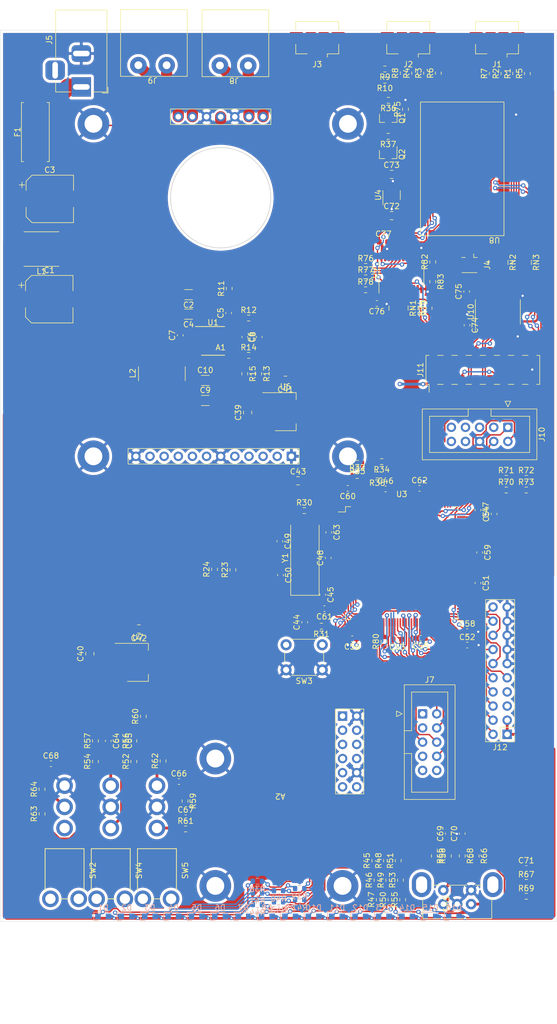
<source format=kicad_pcb>
(kicad_pcb (version 20210824) (generator pcbnew)

  (general
    (thickness 1.6)
  )

  (paper "A4")
  (layers
    (0 "F.Cu" signal)
    (31 "B.Cu" signal)
    (32 "B.Adhes" user "B.Adhesive")
    (33 "F.Adhes" user "F.Adhesive")
    (34 "B.Paste" user)
    (35 "F.Paste" user)
    (36 "B.SilkS" user "B.Silkscreen")
    (37 "F.SilkS" user "F.Silkscreen")
    (38 "B.Mask" user)
    (39 "F.Mask" user)
    (40 "Dwgs.User" user "User.Drawings")
    (41 "Cmts.User" user "User.Comments")
    (42 "Eco1.User" user "User.Eco1")
    (43 "Eco2.User" user "User.Eco2")
    (44 "Edge.Cuts" user)
    (45 "Margin" user)
    (46 "B.CrtYd" user "B.Courtyard")
    (47 "F.CrtYd" user "F.Courtyard")
    (48 "B.Fab" user)
    (49 "F.Fab" user)
  )

  (setup
    (stackup
      (layer "F.SilkS" (type "Top Silk Screen"))
      (layer "F.Paste" (type "Top Solder Paste"))
      (layer "F.Mask" (type "Top Solder Mask") (color "Green") (thickness 0.01))
      (layer "F.Cu" (type "copper") (thickness 0.035))
      (layer "dielectric 1" (type "core") (thickness 1.51) (material "FR4") (epsilon_r 4.5) (loss_tangent 0.02))
      (layer "B.Cu" (type "copper") (thickness 0.035))
      (layer "B.Mask" (type "Bottom Solder Mask") (color "Green") (thickness 0.01))
      (layer "B.Paste" (type "Bottom Solder Paste"))
      (layer "B.SilkS" (type "Bottom Silk Screen"))
      (copper_finish "None")
      (dielectric_constraints no)
    )
    (pad_to_mask_clearance 0)
    (pcbplotparams
      (layerselection 0x00010fc_ffffffff)
      (disableapertmacros false)
      (usegerberextensions false)
      (usegerberattributes true)
      (usegerberadvancedattributes true)
      (creategerberjobfile true)
      (svguseinch false)
      (svgprecision 6)
      (excludeedgelayer true)
      (plotframeref false)
      (viasonmask false)
      (mode 1)
      (useauxorigin false)
      (hpglpennumber 1)
      (hpglpenspeed 20)
      (hpglpendiameter 15.000000)
      (dxfpolygonmode true)
      (dxfimperialunits true)
      (dxfusepcbnewfont true)
      (psnegative false)
      (psa4output false)
      (plotreference true)
      (plotvalue true)
      (plotinvisibletext false)
      (sketchpadsonfab false)
      (subtractmaskfromsilk false)
      (outputformat 1)
      (mirror false)
      (drillshape 1)
      (scaleselection 1)
      (outputdirectory "")
    )
  )

  (net 0 "")
  (net 1 "/Power Supply/19V_ANALOG")
  (net 2 "/Processor/~{RST}")
  (net 3 "/Processor/GPIO_I2S_WS")
  (net 4 "/Processor/SWCLK")
  (net 5 "/Front/MIC2")
  (net 6 "/Front/MIC1")
  (net 7 "+5V")
  (net 8 "/Processor/GPIO_I2S_SDO")
  (net 9 "/Processor/SWDIO")
  (net 10 "/Front/BT2")
  (net 11 "/Front/BT1")
  (net 12 "GND")
  (net 13 "Net-(R58-Pad2)")
  (net 14 "Net-(R59-Pad2)")
  (net 15 "/Front/PWR")
  (net 16 "Net-(D1-Pad1)")
  (net 17 "Net-(C1-Pad1)")
  (net 18 "/Front/ENC_SW")
  (net 19 "Net-(C5-Pad1)")
  (net 20 "Net-(C6-Pad1)")
  (net 21 "Net-(C7-Pad1)")
  (net 22 "Net-(C7-Pad2)")
  (net 23 "Net-(C8-Pad1)")
  (net 24 "+3.3VA")
  (net 25 "Net-(F1-Pad2)")
  (net 26 "Net-(J1-Pad1)")
  (net 27 "Net-(J1-Pad2)")
  (net 28 "Net-(J1-Pad3)")
  (net 29 "/Processor/GPIO_I2S_SDI")
  (net 30 "Net-(J2-Pad1)")
  (net 31 "Net-(J2-Pad2)")
  (net 32 "Net-(J2-Pad3)")
  (net 33 "/Processor/GPIO_I2S_CK")
  (net 34 "/Front/ENC_A")
  (net 35 "Net-(J3-Pad2)")
  (net 36 "Net-(J3-Pad3)")
  (net 37 "/Front/ENC_B")
  (net 38 "unconnected-(J1-Pad4)")
  (net 39 "/Processor/USB1_DETECT")
  (net 40 "/Processor/USB1_DM")
  (net 41 "/Processor/USB2_DETECT")
  (net 42 "/Processor/USB2_DM")
  (net 43 "/Processor/USB1_DP")
  (net 44 "/Processor/USB2_DP")
  (net 45 "/Bluetooth/USB3_DM")
  (net 46 "/Bluetooth/USB3_DP")
  (net 47 "Net-(R11-Pad1)")
  (net 48 "Net-(R13-Pad1)")
  (net 49 "unconnected-(J2-Pad4)")
  (net 50 "Net-(D2-Pad1)")
  (net 51 "unconnected-(J3-Pad1)")
  (net 52 "/Processor/GPIO_I2S_MCK")
  (net 53 "Net-(J4-Pad1)")
  (net 54 "Net-(R79-Pad1)")
  (net 55 "unconnected-(J3-Pad4)")
  (net 56 "/Processor/GPIO_SPI_MISO")
  (net 57 "/Processor/EXT_READY")
  (net 58 "/Processor/GPIO_SPI_SCK")
  (net 59 "/Processor/GPIO_SPI_~{SS}")
  (net 60 "unconnected-(J5-Pad3)")
  (net 61 "Net-(D3-Pad1)")
  (net 62 "/Processor/AMP_READY")
  (net 63 "+3V3")
  (net 64 "/Front/FRONT_MOSI")
  (net 65 "/Front/FRONT_RCLK")
  (net 66 "Net-(C49-Pad2)")
  (net 67 "Net-(C50-Pad2)")
  (net 68 "/Bluetooth/SCL_1V8")
  (net 69 "/Front/FRONT_~{RST}")
  (net 70 "/Front/FRONT_SCLK")
  (net 71 "unconnected-(J7-Pad7)")
  (net 72 "/Front/IR")
  (net 73 "unconnected-(J7-Pad9)")
  (net 74 "unconnected-(J7-Pad10)")
  (net 75 "unconnected-(J10-Pad3)")
  (net 76 "unconnected-(J10-Pad5)")
  (net 77 "unconnected-(J10-Pad7)")
  (net 78 "unconnected-(J10-Pad8)")
  (net 79 "unconnected-(J10-Pad9)")
  (net 80 "unconnected-(J10-Pad10)")
  (net 81 "/Bluetooth/SDO")
  (net 82 "/Bluetooth/SDI")
  (net 83 "/Bluetooth/CK")
  (net 84 "/Bluetooth/WS")
  (net 85 "/Bluetooth/SPI{slash}~{PCM}")
  (net 86 "/Bluetooth/MFB")
  (net 87 "/Bluetooth/SCL")
  (net 88 "/Bluetooth/SDA")
  (net 89 "/Processor/~{SPK_FAULT}")
  (net 90 "Net-(C52-Pad1)")
  (net 91 "/Front/VOL0")
  (net 92 "/Front/VOL1")
  (net 93 "/Front/VOL2")
  (net 94 "/Front/VOL3")
  (net 95 "/Front/VOL4")
  (net 96 "/Front/VOL5")
  (net 97 "/Front/VOL6")
  (net 98 "/Front/VOL7")
  (net 99 "/Bluetooth/SDA_1V8")
  (net 100 "Net-(C54-Pad1)")
  (net 101 "/Front/VOL8")
  (net 102 "/Front/VOL9")
  (net 103 "/Front/VOL10")
  (net 104 "/Front/VOL11")
  (net 105 "/Front/VOL12")
  (net 106 "/Front/VOL13")
  (net 107 "/Front/VOL14")
  (net 108 "/Front/VOL15")
  (net 109 "/Bluetooth/P18")
  (net 110 "/Bluetooth/P21")
  (net 111 "/Bluetooth/P31")
  (net 112 "/Bluetooth/P8")
  (net 113 "/Bluetooth/P9")
  (net 114 "/Bluetooth/P29")
  (net 115 "/Bluetooth/P30")
  (net 116 "Net-(J11-Pad8)")
  (net 117 "Net-(J11-Pad10)")
  (net 118 "/Bluetooth/MFB_")
  (net 119 "Net-(J11-Pad6)")
  (net 120 "Net-(R52-Pad2)")
  (net 121 "Net-(D4-Pad1)")
  (net 122 "Net-(R54-Pad2)")
  (net 123 "Net-(J11-Pad12)")
  (net 124 "Net-(J11-Pad14)")
  (net 125 "unconnected-(SW2-Pad1)")
  (net 126 "/Processor/GPIO_SPI_MOSI")
  (net 127 "unconnected-(U3-Pad8)")
  (net 128 "unconnected-(U3-Pad9)")
  (net 129 "unconnected-(U3-Pad19)")
  (net 130 "/Bluetooth/3V3_BT")
  (net 131 "unconnected-(U3-Pad20)")
  (net 132 "unconnected-(U3-Pad21)")
  (net 133 "unconnected-(U3-Pad22)")
  (net 134 "unconnected-(U3-Pad70)")
  (net 135 "/Bluetooth/1V8_BT")
  (net 136 "/Bluetooth/SDO_3V3")
  (net 137 "unconnected-(U3-Pad77)")
  (net 138 "/Bluetooth/P29_1V8")
  (net 139 "/Bluetooth/P30_1V8")
  (net 140 "/Bluetooth/P18_1V8")
  (net 141 "/Bluetooth/P31_1V8")
  (net 142 "/Bluetooth/P8_1V8")
  (net 143 "/Bluetooth/P9_1V8")
  (net 144 "/Bluetooth/P21_1V8")
  (net 145 "/Bluetooth/SPI{slash}~{PCM_1V8}")
  (net 146 "/Bluetooth/SDO_1V8")
  (net 147 "unconnected-(U3-Pad78)")
  (net 148 "/Bluetooth/SDI_1V8")
  (net 149 "unconnected-(U3-Pad79)")
  (net 150 "Net-(RN1-Pad1)")
  (net 151 "Net-(RN1-Pad2)")
  (net 152 "Net-(RN1-Pad3)")
  (net 153 "Net-(RN1-Pad4)")
  (net 154 "Net-(RN2-Pad5)")
  (net 155 "Net-(R32-Pad2)")
  (net 156 "Net-(RN2-Pad6)")
  (net 157 "unconnected-(U3-Pad80)")
  (net 158 "unconnected-(U3-Pad81)")
  (net 159 "unconnected-(U3-Pad82)")
  (net 160 "unconnected-(U3-Pad85)")
  (net 161 "/Bluetooth/CK_1V8")
  (net 162 "/Bluetooth/WS_1V8")
  (net 163 "Net-(R60-Pad2)")
  (net 164 "Net-(D5-Pad1)")
  (net 165 "Net-(R63-Pad2)")
  (net 166 "Net-(D6-Pad1)")
  (net 167 "Net-(D7-Pad1)")
  (net 168 "Net-(D8-Pad1)")
  (net 169 "Net-(D9-Pad1)")
  (net 170 "Net-(D10-Pad1)")
  (net 171 "Net-(D11-Pad1)")
  (net 172 "Net-(D12-Pad1)")
  (net 173 "Net-(D13-Pad1)")
  (net 174 "Net-(D14-Pad1)")
  (net 175 "Net-(D15-Pad1)")
  (net 176 "Net-(D16-Pad1)")
  (net 177 "Net-(RN2-Pad7)")
  (net 178 "unconnected-(U3-Pad86)")
  (net 179 "unconnected-(U3-Pad87)")
  (net 180 "unconnected-(U3-Pad88)")
  (net 181 "unconnected-(U3-Pad89)")
  (net 182 "unconnected-(U3-Pad90)")
  (net 183 "unconnected-(U3-Pad91)")
  (net 184 "unconnected-(U3-Pad92)")
  (net 185 "unconnected-(U3-Pad93)")
  (net 186 "unconnected-(U3-Pad97)")
  (net 187 "unconnected-(U3-Pad98)")
  (net 188 "unconnected-(U3-Pad99)")
  (net 189 "unconnected-(U3-Pad100)")
  (net 190 "/Bluetooth/P17")
  (net 191 "/Bluetooth/P16")
  (net 192 "unconnected-(U3-Pad101)")
  (net 193 "/Bluetooth/P6")
  (net 194 "/Bluetooth/P7")
  (net 195 "unconnected-(U3-Pad124)")
  (net 196 "Net-(R66-Pad2)")
  (net 197 "unconnected-(U3-Pad132)")
  (net 198 "Net-(R67-Pad2)")
  (net 199 "unconnected-(U3-Pad133)")
  (net 200 "unconnected-(U3-Pad134)")
  (net 201 "Net-(R30-Pad2)")
  (net 202 "Net-(R80-Pad2)")
  (net 203 "Net-(R82-Pad1)")
  (net 204 "Net-(R83-Pad1)")
  (net 205 "unconnected-(U3-Pad135)")
  (net 206 "unconnected-(U3-Pad139)")
  (net 207 "/Processor/~{SPK_SD}")
  (net 208 "unconnected-(U3-Pad140)")
  (net 209 "unconnected-(U4-Pad4)")
  (net 210 "unconnected-(U8-Pad12)")
  (net 211 "unconnected-(U8-Pad16)")
  (net 212 "unconnected-(U8-Pad17)")
  (net 213 "unconnected-(U8-Pad20)")
  (net 214 "Net-(RN2-Pad8)")
  (net 215 "Net-(RN3-Pad5)")
  (net 216 "unconnected-(U8-Pad24)")
  (net 217 "unconnected-(U8-Pad28)")
  (net 218 "Net-(RN3-Pad6)")
  (net 219 "Net-(RN3-Pad7)")
  (net 220 "Net-(RN3-Pad8)")
  (net 221 "unconnected-(U8-Pad29)")
  (net 222 "unconnected-(U8-Pad30)")
  (net 223 "unconnected-(U8-Pad31)")
  (net 224 "unconnected-(U8-Pad32)")
  (net 225 "unconnected-(U8-Pad33)")
  (net 226 "/Bluetooth/P17_1V8")
  (net 227 "/Bluetooth/P16_1V8")
  (net 228 "/Bluetooth/P7_1V8")
  (net 229 "/Bluetooth/P6_1V8")
  (net 230 "unconnected-(U8-Pad34)")
  (net 231 "unconnected-(U8-Pad35)")
  (net 232 "unconnected-(U8-Pad36)")
  (net 233 "unconnected-(U8-Pad39)")
  (net 234 "unconnected-(U9-Pad9)")
  (net 235 "unconnected-(U9-Pad10)")
  (net 236 "Net-(A1-Pad13)")
  (net 237 "Net-(A1-Pad14)")
  (net 238 "Net-(A1-Pad18)")
  (net 239 "Net-(A1-Pad19)")
  (net 240 "/Headphone Amplifier/SDA")
  (net 241 "/Headphone Amplifier/SCL")
  (net 242 "/Headphone Amplifier/MCLK")
  (net 243 "/Processor/AMP_I2S_CK")
  (net 244 "/Headphone Amplifier/SDI")
  (net 245 "/Headphone Amplifier/WS")
  (net 246 "/Headphone Amplifier/SCK")
  (net 247 "/Headphone Amplifier/SDO")
  (net 248 "/Headphone Amplifier/HP_DETECT")

  (footprint "Resistor_SMD:R_0603_1608Metric" (layer "F.Cu") (at 137.4 32.725 90))

  (footprint "Resistor_SMD:R_0603_1608Metric" (layer "F.Cu") (at 139.45 32.725 90))

  (footprint "Resistor_SMD:R_0603_1608Metric" (layer "F.Cu") (at 143.7 32.725 90))

  (footprint "Resistor_SMD:R_0603_1608Metric" (layer "F.Cu") (at 157.6 32.8 90))

  (footprint "Connector_USB:USB_Micro-B_Amphenol_10104110_Horizontal" (layer "F.Cu") (at 138.3 27.6 180))

  (footprint "Package_QFP:LQFP-144_20x20mm_P0.5mm" (layer "F.Cu") (at 137.13 120.66))

  (footprint "Connector_USB:USB_Micro-B_Amphenol_10104110_Horizontal" (layer "F.Cu") (at 121.95 27.6 180))

  (footprint "Resistor_SMD:R_0603_1608Metric" (layer "F.Cu") (at 159.7 32.8 90))

  (footprint "Resistor_SMD:R_0603_1608Metric" (layer "F.Cu") (at 153.4 32.8 90))

  (footprint "Resistor_SMD:R_0603_1608Metric" (layer "F.Cu") (at 134.1 31.98 180))

  (footprint "Resistor_SMD:R_0603_1608Metric" (layer "F.Cu") (at 155.5 32.8 90))

  (footprint "Resistor_SMD:R_0603_1608Metric" (layer "F.Cu") (at 141.6 32.725 90))

  (footprint "Package_SO:Diodes_SO-8EP" (layer "F.Cu") (at 103.23 80.79))

  (footprint "Connector_USB:USB_Micro-B_Amphenol_10104110_Horizontal" (layer "F.Cu") (at 154.25 27.6 180))

  (footprint "Resistor_SMD:R_0603_1608Metric" (layer "F.Cu") (at 134.1 34 180))

  (footprint "Connector_BarrelJack:BarrelJack_Horizontal" (layer "F.Cu") (at 79.5575 35.2 -90))

  (footprint "Capacitor_SMD:C_0603_1608Metric" (layer "F.Cu") (at 106.03 75.79 90))

  (footprint "Capacitor_SMD:C_0603_1608Metric" (layer "F.Cu") (at 97.33 79.79 90))

  (footprint "Resistor_SMD:R_0603_1608Metric" (layer "F.Cu") (at 106.13 71.39 90))

  (footprint "Resistor_SMD:R_0603_1608Metric" (layer "F.Cu") (at 109.63 76.69))

  (footprint "Resistor_SMD:R_0603_1608Metric" (layer "F.Cu") (at 111.43 86.69 -90))

  (footprint "Resistor_SMD:R_0603_1608Metric" (layer "F.Cu") (at 109.63 83.39))

  (footprint "Resistor_SMD:R_0603_1608Metric" (layer "F.Cu") (at 108.93 86.69 -90))

  (footprint "Capacitor_SMD:CP_Elec_8x10" (layer "F.Cu") (at 73.8 73.3))

  (footprint "Capacitor_SMD:C_1206_3216Metric" (layer "F.Cu") (at 98.83 72.49 180))

  (footprint "Capacitor_SMD:CP_Elec_8x10" (layer "F.Cu") (at 73.9 55.3))

  (footprint "Capacitor_SMD:C_1206_3216Metric" (layer "F.Cu") (at 98.83 75.99 180))

  (footprint "Inductor_SMD:L_Bourns-SRN8040_8x8.15mm" (layer "F.Cu") (at 94.03 86.69 90))

  (footprint "Inductor_SMD:L_Taiyo-Yuden_NR-60xx" (layer "F.Cu") (at 72.4 64.3 180))

  (footprint "Package_TO_SOT_SMD:SOT-223-3_TabPin2" (layer "F.Cu") (at 116.25 93.5))

  (footprint "HackAmp-Footprints:CSRA64215" (layer "F.Cu") (at 148 49.9 180))

  (footprint "Resistor_SMD:R_0603_1608Metric" (layer "F.Cu") (at 159.5 178))

  (footprint "Resistor_SMD:R_0603_1608Metric" (layer "F.Cu") (at 133.53 102.46 180))

  (footprint "HackAmp-Footprints:TE_796638-2_1x02_P5.08mm_Horizontal" (layer "F.Cu") (at 109.54 31.35 180))

  (footprint "Capacitor_SMD:C_0603_1608Metric" (layer "F.Cu") (at 132.657 74.066544 180))

  (footprint "Capacitor_SMD:C_0805_2012Metric" (layer "F.Cu") (at 118.5 105.9))

  (footprint "Capacitor_SMD:C_0805_2012Metric" (layer "F.Cu") (at 109.44 93.65 90))

  (footprint "Capacitor_SMD:C_0603_1608Metric" (layer "F.Cu") (at 148.9 135.4))

  (footprint "Connector_PinHeader_2.54mm:PinHeader_2x10_P2.54mm_Vertical" (layer "F.Cu") (at 156.075 151.425 180))

  (footprint "Capacitor_SMD:C_0805_2012Metric" (layer "F.Cu")
    (tedit 5F68FEEE) (tstamp 1e4fda04-580f-4aba-abb5-b57d482a58d5)
    (at 135.31 58.3)
    (descr "Capacitor SMD 0805 (2012 Metric), square (rectangular) end terminal, IPC_7351 nominal, (Body size source: IPC-SM-782 page 76, https://www.pcb-3d.com/wordpress/wp-content/uploads/ipc-sm-782a_amendment_1_and_2.pdf, https://docs.google.com/spreadsheets/d/1BsfQQcO9C6DZCsRaXUlFlo91Tg2WpOkGARC1WS5S8t0/edit?usp=sharing), generated with kicad-footprint-generator")
    (tags "capacitor")
    (property "Mouser" "963-LMK212F106ZG-T")
    (property "Part Name" "Taiyo Yuden LMK212F106ZG-T")
    (property "Sheetfile" "bluetooth.kicad_sch")
    (property "Sheetname" "Bluetooth")
    (path "/00000000-0000-0000-0000-00005fa5bdb1/dc69d5a4-5139-45a4-88c0-d6160da24091")
    (attr smd)
    (fp_text reference "C72" (at 0 -1.68) (layer "F.SilkS")
      (effects (font (size 1 1) (thickness 0.15)))
      (tstamp 9f4860fa-5d9d-4181-9535-12bc18714b4a)
    )
    (fp_text value "10uF" (at 0 1.68) (layer "F.Fab")
      (effects (font (size 1 1) (thickness 0.15)))
      (tstamp af21e6b1-4ef6-46a7-8197-193d84bed063)
    )
    (fp_text user "${REFERENCE}" (at 0 0) (layer "F.Fab")
      (effects (font (size 0.5 0.5) (thickness 0.08)))
      (tstamp e9b26a70-30e4-416f-b60f-fc08325cf495)
    )
    (fp_line (start -0.261252 -0.735) (end 0.261252 -0.735) (layer "F.SilkS") (width 0.12) (tstamp 331ffb9c-0915-4214-86c3-300f9599d81c))
    (fp_line (start -0.261252 0.735) (end 0.261252 0.735) (layer "F.SilkS") (width 0.12) (tstamp e1dffca1-dce5-4f6f-9e80-9a11b960a256))
    (fp_line (start 1.7 -0.98) (end 1.7 0.98) (layer "F.CrtYd") (width 0.05) (tstamp 450fb5bf-7547-4117-a6bc-3a90b70cad25))
    (fp_line (start 1.7 0.98) (end -1.7 0.98) (layer "F.CrtYd") (width 0.05) (tstamp 69450cd4-6320-4088-8793-ee03bc41a5da))
    (fp_line (start -1.7 0.98) (end -1.7 -0.98) (layer "F.CrtYd") (width 0.05) (tstamp 9130105f-b8c1-4bd5-b855-2555b27c4990))
    (fp_line (start -1.7 -0.98) (end 1.7 -0.98) (layer "F.CrtYd") (width 0.05) (tstamp d0ebdd66-eeaf-4168-bc84-ff1da4a35db4))
    (fp_line (start 1 0.625) (end -1 0.625) (layer "F.Fab") (width 0.1) (tstamp 512cb867-a8c7-43e6-87e5-b92813b5c789))
    (fp_line (start 1 -0.625) (end 1 0.625) (layer "F.Fab") (width 0.1) (tstamp 6bb6da2e-b1c4-4564-a1f4-67dbd54b7ffa))
    (fp_line (start -1 0.625) (end -1 -0.625) (layer "F.Fab") (width 0.1) (tstamp 974be869-a07d-4c00-a73d-20fa4d455de9))
    (fp_line (start -1 -0.625) (end 1 -0.625) (layer "F.Fab") (width 0.1) (tstamp fd5cbf2e-0389-472e-8f21-a399fff2297b))
    (pad "1" smd roundrect locked (at -0.95 0) (size 1 1.45) (layers "F.Cu" "F.Paste" "F.Mask") (roundrect_rratio 0.25)
      (net 130 "/Bluetooth/3V3_BT") (tstamp b74f39ab-89f9-40cd-99b7-6e32b392da47))
    (pad "2" smd roundrect locked (at 0.95 0) (size 1 1.45) (layers "F.Cu" "F.Paste" "F.Mask") (roundrect_rratio 0.25)
      (net 12 "GND") (tstamp 0d2dc590-a3a3-4dd3-bfe9-32447d308d20))
    (model "${KISYS3DMOD}/Capacitor_SMD.3dshapes/C_0805_2012Metric.wrl"
     
... [2044552 chars truncated]
</source>
